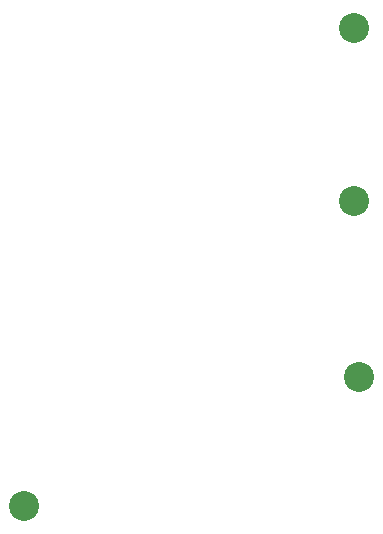
<source format=gtp>
G04 Layer_Color=8421504*
%FSLAX25Y25*%
%MOIN*%
G70*
G01*
G75*
%ADD10C,0.10000*%
D10*
X126000Y339000D02*
D03*
Y281250D02*
D03*
X127500Y222500D02*
D03*
X16000Y179500D02*
D03*
M02*

</source>
